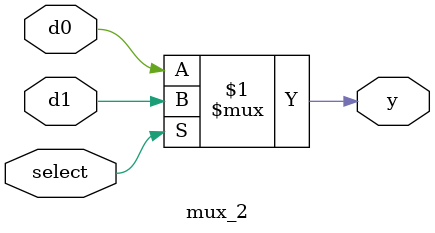
<source format=sv>




// divider testbench
// 13205/486 = 27
// 0011001110010101/0000000111100110 = 0000000000011011

// set the delay unit to 1 ns and the simulation precision to 0.1 ns
//`timescale 1ns / 100ps

module testbench();

	// divider signals
	logic ph1, ph2;
	logic load;
	logic n, d;
	logic done;
	logic q;
	// registers to hold the dividend, divisor, and quotient
	logic [15:0] N;
	logic [15:0] D;
	logic [15:0] Q;
	// signals to shift in input and check result
	logic [5:0] count;
	logic checkresult;
	
	// instantiate dut
	top dut(ph1, ph2, load, n, d, done, q);

	// initialize test
	initial
		begin
			count = 0;
			checkresult = 0;
			N = 16'd13205;
			D = 16'd486;
			load = 0; 
			#1;
			load = 1;
		end
		
		
	// generate 2 phase non-overlapping clock
	always
		begin
			ph1 = 0; ph2 = 0; #1;
			ph1 = 1; 			#4;
			ph1 = 0;				#1;
			ph2 = 1;				#4;
		end

	// n and d are the msb of N and D
	assign n = N[15];
	assign d = D[15];
		
	always @(posedge ph1)
		// delay for one cycle
		if (count == 0)	count <= count + 1;
		// shift in n and d
		else if (count < 16) begin
			N <= {N[14:0], 1'b0};
			D <= {D[14:0], 1'b0};
			count <= count + 1;
		end
		// when done shifting in inputs, de-assert load
		else if (count == 16)	begin
			load <= 0;
			count <= count + 1;
		end
		// when divider asserts done, capture the output
		else if (done) begin
			Q <= {Q[14:0], q};
			checkresult <= 1;
		end
		// check the result
		else if (checkresult) begin
			if (Q == 16'd27) begin
				$display("Simulation succeeded!!");
				$finish;
			end
			else begin
				$display("Simulation failed");
				$stop;
			end
		end
endmodule


module top(input  logic ph1, ph2,
					input  logic load,
					input  logic n, d,
					output logic done,
					output logic q);
	
	// control signals
	logic shiftorset, q_en;
	// shiftorset: determines whether A should be set with the result from the adder or
	//					whether it should shift left
	//	q_en: enable signal for q shift register flops
	
	controller c(ph1, ph2, load, shiftorset, q_en, done);
	datapath dp(ph1, ph2, n, d, load, shiftorset, q_en, q);

endmodule

////////////////////////////////////////////////////
// controller
////////////////////////////////////////////////////

module controller(input  logic ph1, ph2,
						input  logic load,
						output logic shiftorset,
						output logic q_en, 
						output logic done);
	
		// current state of the counter
		logic flop1q, flop2q, flop3q, flop4q, flop5q, flop6q;
		
		// inverse of flop5q and flop6q
		logic flop5qi, flop6qi;
		
		// sum and carry from half adders
		logic add1s, add1c, add2s, add2c, add3s, 
				add3c, add4s, add4c, add5s, add5c, add6s, add6c;
				
		// results from intermediate nor gates		
		logic nor1, nor2, nor3;		
		
		// intermediate signal from nand gate		
		logic nandcount16donei;
		
		// result from the counter
		// count16i=1 if count is not 16
		// count32i=1 if count is not 32
		logic count16i, count32i;
		
		//the next done signal going into the flop
		// donenexti=~donenext
		logic donenexti, donenext;
		
		// donei=~done
		logic donei;
		
		// determines whether we should be adding to the counter.
		// we want to increment when shiftorset=1 or when done=1
		// counti = ~count
		logic counti, count;
		
		// loadi=~load
		logic loadi;
		
		// gates to determine count
		nor_2 cn(shiftorset, done, counti);
		inv ci(counti, count);
		
		// generate the enable signal for shifter_q as shiftorset=0 (we are shifting)
		// or load (we are shifting in the input N into Q to initialize)
		inv noai(load, loadi);
		nand_2 nenable(shiftorset, loadi, q_en);
		
		// half adders for counter
		halfadder h1(count, flop1q, add1s, add1c);
		halfadder h2(add1c, flop2q, add2s, add2c);
		halfadder h3(add2c, flop3q, add3s, add3c);
		halfadder h4(add3c, flop4q, add4s, add4c);	
		halfadder h5(add4c, flop5q, add5s, add5c);
		halfadder h6(add5c, flop6q, add6s, add6c);	
		
		// flops to hold current count state
		flop_r flop1(ph1, ph2, load, add1s, flop1q);	
		flop_r flop2(ph1, ph2, load, add2s, flop2q);	
		flop_r flop3(ph1, ph2, load, add3s, flop3q);	
		flop_r flop4(ph1, ph2, load, add4s, flop4q);		
		flop_r flop5(ph1, ph2, load, add5s, flop5q);
		flop_r flop6(ph1, ph2, load, add6s, flop6q);
		
		// oscillating signal to generate shiftorset control signal
		// shiftorset=0 means shift, shiftorset=1 means set
		ctrl_sig cs(ph1, ph2, load, done, shiftorset);
		
		// when count gets to 16, assert done to signal it is time to shift out the result
		// when count gets to 32, deassert done to signal that the result has been shifted out
		// gates to produce count16i
		inv if5(flop5q, flop5qi);
		nor_3 no1(flop6q, flop5qi, flop4q, nor1);
		nor_3 no2(flop3q, flop2q, flop1q, nor2);
		nand_2 na1(nor1, nor2, count16i);
		// gates to produce count32i
		inv if6(flop6q, flop6qi);
		nor_3 no3(flop6qi, flop5q, flop4q, nor3);
		nand_2 na2(nor3, nor2, count32i);
		// gates to produce donenext
		inv idone(done, donei);
		nand_2 na3(count16i, donei, nandcount16donei);
		nand_2 na4(nandcount16donei, count32i, donenexti);
		inv idonenext(donenexti, donenext);
		// flop to hold done
		flop_r fdone(ph1, ph2, load, donenext, done);

endmodule


module ctrl_sig(input logic ph1, ph2,
				  input logic load,
				  input logic done,
				  output logic q);
		
		// generates the shift or parallel load signal for A
		// it just alternates between 0 and 1
		// we stop shifting and parallel loading when done is asserted
		logic nextq;
		
		nor_2 n(done, q, nextq);
		flop_r f(ph1, ph2, load, nextq, q);
		
endmodule

/////////////////////////////////////////////////
// datapath
/////////////////////////////////////////////////

module datapath(input  logic ph1, ph2,
					 input  logic n, d,
					 input  logic load,
					 input  logic shiftorset,
					 input  logic q_en,
					 output logic q);

	// D, ~D, and selectedD from mux based on whether we are
	// adding or subtracing D.  selectedD goes to adder
	logic [15:0] D, notD, selectedD;
	// sum is result from adder, A is partial remainder, the other
	// input to the adder
	logic [15:0] sum, A;
	// newq is the new quotient bit, sel is whether we are choosing
	// positive or negative D as input to the adder
	logic newq, sel;
	// if we choose negative D, we need to carry 1 in to get 2s complement
	logic cin;
					 
	shift_reg_16 sd(ph1, ph2, load, d, D);
	shifter_q sq(ph1, ph2, n, load, shiftorset, q_en, newq, q);
	shifter_a sa(ph1, ph2, load, shiftorset, q, sum, A, sel, cin);
	inv_16 i16(D, notD);
	mux_16 m16(sel, D, notD, selectedD);
	carryselectadder csa(selectedD, A, cin, sum);
	
	// the new quotient bit is the inverse of the msb from the previous sum
	inv i(A[15], newq);
					 
endmodule 


////////////////////////////////////////////////////////
// Datapath blocks
////////////////////////////////////////////////////////


module shifter_q(input  logic ph1, ph2,
					  input  logic n,
					  input  logic load,
					  input  logic shiftorset,
					  input  logic q_en,
					  input  logic newq,
					  output logic q);

	// hold all the intermediate values for the flops
	logic [15:0] Q;
					  
	// choose between input n or result from msb of adder
	// Q is initialized as N, so choose input n when load is high
	mux_2 m(load, n, newq, selectedq);
	// shift register with enables so we only shift left
	// when we are loading in N, or when A is also being shifted left
	shift_reg_16 s16(ph1, ph2, q_en, selectedq, Q);
	assign q = Q[15];

endmodule


module shifter_a(input  logic 		 ph1, ph2,
					  input  logic 		 reset,
					  input  logic 		 shiftorset,
					  input  logic 		 q,
					  input  logic [15:0] sum,
					  output logic [15:0] A,
					  output logic 		 sel,
					  output logic 		 cin);

	// intermediate signals in the shift register
	logic sa0, sa1, sa2, sa3, sa4, sa5, sa6, sa7,
			sa8, sa9, sa10, sa11, sa12, sa13, sa14, sa15;
					  
	// muxes and flops to perform shift or parallel load
	mux_2 m0(shiftorset, sum[0], q, sa0);
	flop_r f0(ph1, ph2, reset, sa0, A[0]);
	mux_2 m1(shiftorset, sum[1], A[0], sa1);
	flop_r f1(ph1, ph2, reset, sa1, A[1]);
	mux_2 m2(shiftorset, sum[2], A[1], sa2);
	flop_r f2(ph1, ph2, reset, sa2, A[2]);
	mux_2 m3(shiftorset, sum[3], A[2], sa3);
	flop_r f3(ph1, ph2, reset, sa3, A[3]);
	mux_2 m4(shiftorset, sum[4], A[3], sa4);
	flop_r f4(ph1, ph2, reset, sa4, A[4]);
	mux_2 m5(shiftorset, sum[5], A[4], sa5);
	flop_r f5(ph1, ph2, reset, sa5, A[5]);
	mux_2 m6(shiftorset, sum[6], A[5], sa6);
	flop_r f6(ph1, ph2, reset, sa6, A[6]);
	mux_2 m7(shiftorset, sum[7], A[6], sa7);
	flop_r f7(ph1, ph2, reset, sa7, A[7]);
	mux_2 m8(shiftorset, sum[8], A[7], sa8);
	flop_r f8(ph1, ph2, reset, sa8, A[8]);
	mux_2 m9(shiftorset, sum[9], A[8], sa9);
	flop_r f9(ph1, ph2, reset, sa9, A[9]);
	mux_2 m10(shiftorset, sum[10], A[9], sa10);
	flop_r f10(ph1, ph2, reset, sa10, A[10]);
	mux_2 m11(shiftorset, sum[11], A[10], sa11);
	flop_r f11(ph1, ph2, reset, sa11, A[11]);
	mux_2 m12(shiftorset, sum[12], A[11], sa12);
	flop_r f12(ph1, ph2, reset, sa12, A[12]);
	mux_2 m13(shiftorset, sum[13], A[12], sa13);
	flop_r f13(ph1, ph2, reset, sa13, A[13]);
	mux_2 m14(shiftorset, sum[14], A[13], sa14);
	flop_r f14(ph1, ph2, reset, sa14, A[14]);
	mux_2 m15(shiftorset, sum[15], A[14], sa15);
	flop_r f15(ph1, ph2, reset, sa15, A[15]);

	// delay the select signal for the D/notD mux for one cycle
	// so that we can left shift A
	// if the msb of A was 1, we select D, if it is
	// 0, we select notD
	flop fsel(ph1, ph2, A[15], sel);
	// if we select notD, we need to add 1 so we get the 
	// 2's complement of D: -D = ~D+1
	inv i(sel, cin);

endmodule


module carryselectadder(input  logic [15:0] A, B,
								input  logic 		  cin,
								output logic [15:0] sum);
								
	logic zero, one;
	
	// true carry outs
	logic cout3, cout7, cout11;
	
	// intermediate carry outs: cout70 = cout7 with cin
	// assumed to be 0.  cout71 = cout7 with cin assumed to be 1
	logic cout70, cout71, cout110, cout111, cout150, cout151;
	
	// intermediate sums: s0 is with cin assumed
	// to be 0, s1 is with cin assumed to be 1
	logic [11:0] s0, s1;
								
	// first group uses the true carry in	
	fa_group4 g0(A[3:0], B[3:0], cin, sum[3:0], cout3);
	
	// the carry ins
	assign one = 1;
	assign zero = 0;

	// six more groups of full adders: one assumes cin=0,
	// the other assumes cin=1
	fa_group4 g10(A[7:4], B[7:4], zero, s0[3:0], cout70);
	fa_group4 g11(A[7:4], B[7:4], one, s1[3:0], cout71);
	
	fa_group4 g20(A[11:8], B[11:8], zero, s0[7:4], cout110);
	fa_group4 g21(A[11:8], B[11:8], one, s1[7:4], cout111);
	
	fa_group4 g30(A[15:12], B[15:12], zero, s0[11:8], cout150);
	fa_group4 g31(A[15:12], B[15:12], one, s1[11:8], cout151);
	
	// select the true result based on the actual carry in
	mux_group4 mg0(cout3, s1[3:0], s0[3:0], sum[7:4]);
	
	mux_group4 mg1(cout7, s1[7:4], s0[7:4], sum[11:8]);
	
	mux_group4 mg2(cout11, s1[11:8], s0[11:8], sum[15:12]);
	
	// choose the carry in to the next level
	mux_2 mcout7(cout3, cout71, cout70, cout7);
	mux_2 mcout11(cout7, cout111, cout110, cout11);
	
endmodule


module fa_group4(input  logic [3:0] A, B,
					  input  logic 		cin,
					  output logic [3:0] sum,
					  output logic 		cout);
	
	logic cout0, cout1, cout2;
	
	fulladder f0(A[0], B[0], cin, sum[0], cout0);
	fulladder f1(A[1], B[1], cout0, sum[1], cout1);
	fulladder f2(A[2], B[2], cout1, sum[2], cout2);
	fulladder f3(A[3], B[3], cout2, sum[3], cout);

endmodule


module mux_group4(input  logic 		 sel,
						input  logic [3:0] D1, D0,
						output logic [3:0] Y);

	mux_2 m0(sel, D1[0], D0[0], Y[0]);
	mux_2 m1(sel, D1[1], D0[1], Y[1]);
	mux_2 m2(sel, D1[2], D0[2], Y[2]);
	mux_2 m3(sel, D1[3], D0[3], Y[3]);

endmodule


module shift_reg_16(input  logic 		 ph1, ph2,
						  input  logic 		 en,
						  input  logic 		 in,
						  output logic [15:0] out);
						  
	flop_en f0(ph1, ph2, en, in, out[0]);
	flop_en f1(ph1, ph2, en, out[0], out[1]);
	flop_en f2(ph1, ph2, en, out[1], out[2]);
	flop_en f3(ph1, ph2, en, out[2], out[3]);
	flop_en f4(ph1, ph2, en, out[3], out[4]);
	flop_en f5(ph1, ph2, en, out[4], out[5]);
	flop_en f6(ph1, ph2, en, out[5], out[6]);
	flop_en f7(ph1, ph2, en, out[6], out[7]);
	flop_en f8(ph1, ph2, en, out[7], out[8]);
	flop_en f9(ph1, ph2, en, out[8], out[9]);
	flop_en f10(ph1, ph2, en, out[9], out[10]);
	flop_en f11(ph1, ph2, en, out[10], out[11]);
	flop_en f12(ph1, ph2, en, out[11], out[12]);
	flop_en f13(ph1, ph2, en, out[12], out[13]);
	flop_en f14(ph1, ph2, en, out[13], out[14]);
	flop_en f15(ph1, ph2, en, out[14], out[15]);

endmodule


module mux_16(input  logic 		 select,
				  input  logic [15:0] D0, D1,
				  output logic [15:0] Y);
	
	// datapath select mux: chooses between D and ~D
	mux_2 m0(select, D0[0], D1[0], Y[0]);
	mux_2 m1(select, D0[1], D1[1], Y[1]);
	mux_2 m2(select, D0[2], D1[2], Y[2]);
	mux_2 m3(select, D0[3], D1[3], Y[3]);
	mux_2 m4(select, D0[4], D1[4], Y[4]);
	mux_2 m5(select, D0[5], D1[5], Y[5]);
	mux_2 m6(select, D0[6], D1[6], Y[6]);
	mux_2 m7(select, D0[7], D1[7], Y[7]);
	mux_2 m8(select, D0[8], D1[8], Y[8]);
	mux_2 m9(select, D0[9], D1[9], Y[9]);
	mux_2 m10(select, D0[10], D1[10], Y[10]);
	mux_2 m11(select, D0[11], D1[11], Y[11]);
	mux_2 m12(select, D0[12], D1[12], Y[12]);
	mux_2 m13(select, D0[13], D1[13], Y[13]);
	mux_2 m14(select, D0[14], D1[14], Y[14]);
	mux_2 m15(select, D0[15], D1[15], Y[15]);

endmodule


module inv_16(input  logic [15:0] A,
				  output logic [15:0] Y);
				  
	// datapath inverter to produce ~D
	assign Y = ~A;
				  
endmodule


/////////////////////////////////////////
// Lower Level Blocks
/////////////////////////////////////////

module halfadder(input  logic a, b,
					  output logic s, cout);
					  
	assign s = a^b;
	assign cout = a&b;
					  
endmodule


module inv(input logic  a,
			  output logic y);
			  
	assign y = ~a;

endmodule


module nor_2(input logic a,
			   input logic b,
			   output logic y);
			  
	assign y = ~(a|b);

endmodule


module nor_3(input logic a,
			   input logic b,
				input logic c,
			   output logic y);
			  
	assign y = ~(a|b|c);

endmodule


module nand_2(input logic a,
			   input logic b,
			   output logic y);
			  
	assign y = ~(a&b);

endmodule


module fulladder(input  logic a, b, cin,
					  output logic s, cout);
					  
	assign s = a^b^cin;
	assign cout = ((a^b)&cin)|(a&b);
					  
endmodule


module flop_en(input  logic ph1, ph2,
					input  logic en,
					input  logic d,
					output logic q);

	logic d2;
					
	mux_2 enmux(en, d, q, d2);
	flop f(ph1, ph2, d2, q);

endmodule


module flop_r(input  logic ph1, ph2,
				  input  logic reset,
				  input  logic d,
				  output logic q);

	logic d2, zero;
	
	assign zero = 0;
					
	mux_2 rmux(reset, zero, d, d2);
	flop f(ph1, ph2, d2, q);

endmodule


module flop(input  logic ph1, ph2,
				input  logic d,
				output logic q);

	logic mid;
	
	latch_ master(ph2, d, mid);
	latch_ slave(ph1, mid, q);

endmodule


module latch_(input  logic ph,
				 input  logic d,
				 output logic q);

	always_latch
		if (ph) q <= d;

endmodule


module mux_2(input  logic select,
				 input  logic d1, d0,
				 output logic y);

	assign y = select ? d1 : d0;

endmodule


</source>
